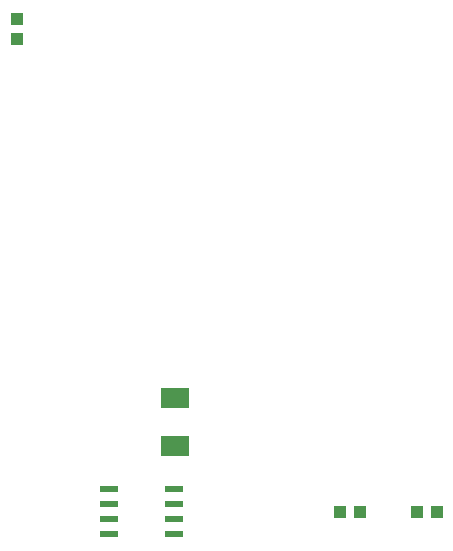
<source format=gtp>
G75*
%MOIN*%
%OFA0B0*%
%FSLAX25Y25*%
%IPPOS*%
%LPD*%
%AMOC8*
5,1,8,0,0,1.08239X$1,22.5*
%
%ADD10R,0.06000X0.02400*%
%ADD11R,0.04331X0.03937*%
%ADD12R,0.03937X0.04331*%
%ADD13R,0.09449X0.07087*%
D10*
X0085700Y0151024D03*
X0085700Y0156024D03*
X0085700Y0161024D03*
X0085700Y0166024D03*
X0107300Y0166024D03*
X0107300Y0161024D03*
X0107300Y0156024D03*
X0107300Y0151024D03*
D11*
X0055000Y0316177D03*
X0055000Y0322870D03*
D12*
X0162654Y0158524D03*
X0169346Y0158524D03*
X0188154Y0158524D03*
X0194846Y0158524D03*
D13*
X0107500Y0180551D03*
X0107500Y0196496D03*
M02*

</source>
